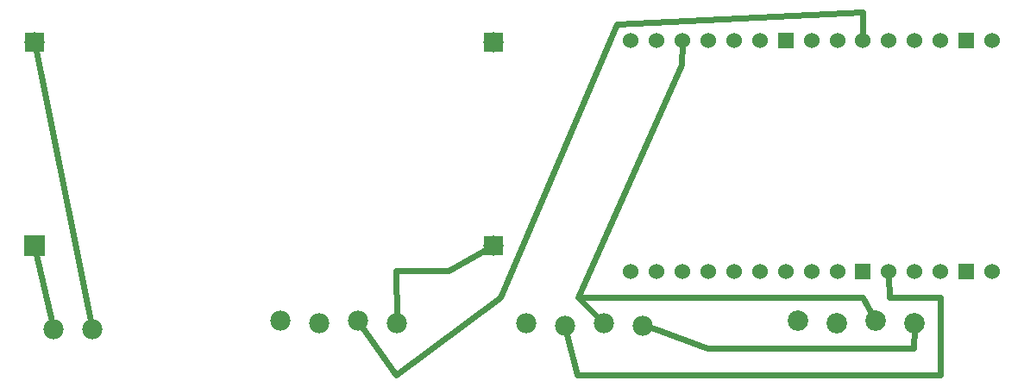
<source format=gbl>
G04 MADE WITH FRITZING*
G04 WWW.FRITZING.ORG*
G04 DOUBLE SIDED*
G04 HOLES PLATED*
G04 CONTOUR ON CENTER OF CONTOUR VECTOR*
%ASAXBY*%
%FSLAX23Y23*%
%MOIN*%
%OFA0B0*%
%SFA1.0B1.0*%
%ADD10C,0.060000*%
%ADD11C,0.078000*%
%ADD12C,0.079370*%
%ADD13R,0.060028X0.060014*%
%ADD14R,0.060028X0.060000*%
%ADD15R,0.080000X0.080000*%
%ADD16R,0.078000X0.078000*%
%ADD17C,0.024000*%
%LNCOPPER0*%
G90*
G70*
G54D10*
X3874Y459D03*
X3775Y459D03*
X3675Y459D03*
X3576Y459D03*
X3476Y459D03*
X3376Y459D03*
X3277Y459D03*
X3177Y459D03*
X3078Y459D03*
X2978Y459D03*
X2879Y459D03*
X2779Y459D03*
X2679Y459D03*
X2580Y459D03*
X2480Y459D03*
X2480Y1353D03*
X2580Y1353D03*
X2679Y1353D03*
X2779Y1353D03*
X2879Y1353D03*
X2978Y1353D03*
X3078Y1353D03*
X3177Y1353D03*
X3277Y1353D03*
X3376Y1353D03*
X3476Y1353D03*
X3576Y1353D03*
X3675Y1353D03*
X3775Y1353D03*
X3874Y1353D03*
G54D11*
X176Y1346D03*
X175Y559D03*
X1947Y1346D03*
X1947Y559D03*
G54D12*
X3575Y259D03*
X3425Y269D03*
X3275Y259D03*
X3125Y269D03*
G54D11*
X2525Y249D03*
X2375Y259D03*
X2225Y249D03*
X2075Y259D03*
X400Y234D03*
X250Y234D03*
X1575Y259D03*
X1425Y269D03*
X1275Y259D03*
X1125Y269D03*
G54D13*
X3775Y459D03*
X3376Y459D03*
G54D14*
X3078Y1353D03*
X3775Y1353D03*
G54D15*
X176Y559D03*
G54D16*
X176Y1346D03*
X1947Y1346D03*
X1947Y559D03*
G54D17*
X179Y540D02*
X246Y252D01*
D02*
X179Y1328D02*
X396Y253D01*
D02*
X3416Y286D02*
X3375Y359D01*
D02*
X3375Y359D02*
X2275Y359D01*
D02*
X2275Y359D02*
X2362Y272D01*
D02*
X2679Y1339D02*
X2674Y1258D01*
D02*
X2674Y1258D02*
X2275Y359D01*
D02*
X3575Y239D02*
X3573Y162D01*
D02*
X3573Y162D02*
X2776Y162D01*
D02*
X2776Y162D02*
X2568Y240D01*
D02*
X2568Y240D02*
X2544Y245D01*
D02*
X1436Y253D02*
X1572Y60D01*
D02*
X1572Y60D02*
X1974Y359D01*
D02*
X1974Y359D02*
X2424Y1416D01*
D02*
X2424Y1416D02*
X3375Y1462D01*
D02*
X3375Y1462D02*
X3376Y1367D01*
D02*
X2230Y230D02*
X2273Y60D01*
D02*
X2273Y60D02*
X3675Y60D01*
D02*
X3675Y60D02*
X3675Y359D01*
D02*
X3477Y359D02*
X3476Y445D01*
D02*
X3675Y359D02*
X3477Y359D01*
D02*
X1575Y278D02*
X1572Y461D01*
D02*
X1572Y461D02*
X1776Y461D01*
D02*
X1776Y461D02*
X1930Y549D01*
G04 End of Copper0*
M02*
</source>
